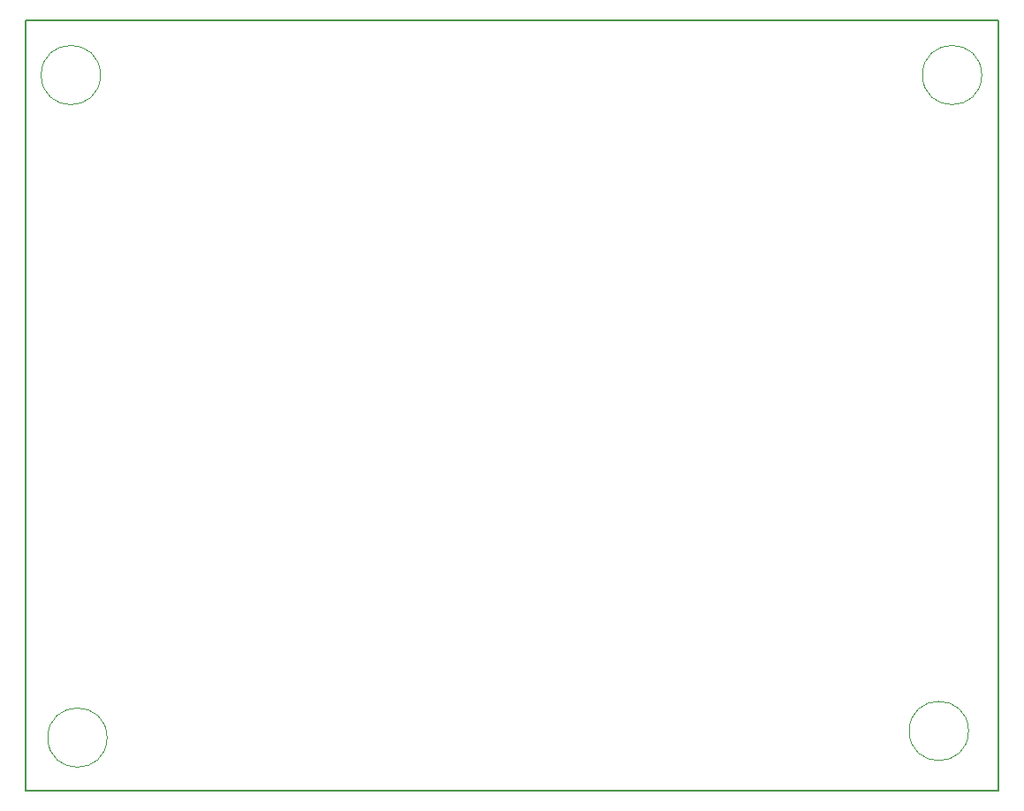
<source format=gm1>
G04 #@! TF.GenerationSoftware,KiCad,Pcbnew,(6.0.4)*
G04 #@! TF.CreationDate,2022-05-21T11:57:55-05:00*
G04 #@! TF.ProjectId,REEL,5245454c-2e6b-4696-9361-645f70636258,rev?*
G04 #@! TF.SameCoordinates,Original*
G04 #@! TF.FileFunction,Profile,NP*
%FSLAX46Y46*%
G04 Gerber Fmt 4.6, Leading zero omitted, Abs format (unit mm)*
G04 Created by KiCad (PCBNEW (6.0.4)) date 2022-05-21 11:57:55*
%MOMM*%
%LPD*%
G01*
G04 APERTURE LIST*
G04 #@! TA.AperFunction,Profile*
%ADD10C,0.200000*%
G04 #@! TD*
G04 #@! TA.AperFunction,Profile*
%ADD11C,0.100000*%
G04 #@! TD*
G04 APERTURE END LIST*
D10*
X35655000Y-55040000D02*
X128905000Y-55040000D01*
X128905000Y-55040000D02*
X128905000Y-128905000D01*
X128905000Y-128905000D02*
X35655000Y-128905000D01*
X35655000Y-128905000D02*
X35655000Y-55040000D01*
D11*
X127299806Y-60325000D02*
G75*
G03*
X127299806Y-60325000I-2839806J0D01*
G01*
X126029806Y-123190000D02*
G75*
G03*
X126029806Y-123190000I-2839806J0D01*
G01*
X43479806Y-123825000D02*
G75*
G03*
X43479806Y-123825000I-2839806J0D01*
G01*
X42844806Y-60325000D02*
G75*
G03*
X42844806Y-60325000I-2839806J0D01*
G01*
M02*

</source>
